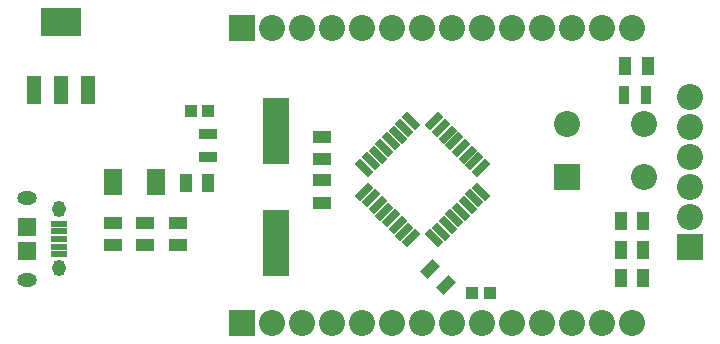
<source format=gts>
G04*
G04 #@! TF.GenerationSoftware,Altium Limited,Altium Designer,24.5.2 (23)*
G04*
G04 Layer_Color=8388736*
%FSLAX44Y44*%
%MOMM*%
G71*
G04*
G04 #@! TF.SameCoordinates,52CA54B2-E9F7-45E4-B012-8A7E883E60BD*
G04*
G04*
G04 #@! TF.FilePolarity,Negative*
G04*
G01*
G75*
G04:AMPARAMS|DCode=27|XSize=0.67mm|YSize=1.62mm|CornerRadius=0mm|HoleSize=0mm|Usage=FLASHONLY|Rotation=45.000|XOffset=0mm|YOffset=0mm|HoleType=Round|Shape=Rectangle|*
%AMROTATEDRECTD27*
4,1,4,0.3359,-0.8096,-0.8096,0.3359,-0.3359,0.8096,0.8096,-0.3359,0.3359,-0.8096,0.0*
%
%ADD27ROTATEDRECTD27*%

G04:AMPARAMS|DCode=28|XSize=0.67mm|YSize=1.62mm|CornerRadius=0mm|HoleSize=0mm|Usage=FLASHONLY|Rotation=315.000|XOffset=0mm|YOffset=0mm|HoleType=Round|Shape=Rectangle|*
%AMROTATEDRECTD28*
4,1,4,-0.8096,-0.3359,0.3359,0.8096,0.8096,0.3359,-0.3359,-0.8096,-0.8096,-0.3359,0.0*
%
%ADD28ROTATEDRECTD28*%

%ADD29R,1.5032X1.1032*%
%ADD30R,1.1032X1.5032*%
G04:AMPARAMS|DCode=31|XSize=0.9032mm|YSize=1.5032mm|CornerRadius=0mm|HoleSize=0mm|Usage=FLASHONLY|Rotation=135.000|XOffset=0mm|YOffset=0mm|HoleType=Round|Shape=Rectangle|*
%AMROTATEDRECTD31*
4,1,4,0.8508,0.2121,-0.2121,-0.8508,-0.8508,-0.2121,0.2121,0.8508,0.8508,0.2121,0.0*
%
%ADD31ROTATEDRECTD31*%

%ADD32R,1.0032X1.0032*%
%ADD33R,0.9032X1.5032*%
%ADD34R,1.1532X2.3532*%
%ADD35R,3.4532X2.3532*%
%ADD36R,1.6200X1.6200*%
%ADD37R,1.4700X0.5200*%
%ADD38R,1.6032X2.2332*%
%ADD39R,1.5032X0.9032*%
%ADD40R,2.2032X5.7032*%
%ADD41R,2.2032X2.2032*%
%ADD42C,2.2032*%
%ADD43O,1.6700X1.1200*%
%ADD44O,1.1200X1.4200*%
%ADD45R,2.2032X2.2032*%
D27*
X342100Y195497D02*
D03*
X336444Y189841D02*
D03*
X330787Y184184D02*
D03*
X325130Y178527D02*
D03*
X319473Y172870D02*
D03*
X313816Y167213D02*
D03*
X308159Y161556D02*
D03*
X302502Y155899D02*
D03*
X361899Y96503D02*
D03*
X367556Y102159D02*
D03*
X373213Y107816D02*
D03*
X378870Y113473D02*
D03*
X384527Y119130D02*
D03*
X390184Y124787D02*
D03*
X395841Y130444D02*
D03*
X401497Y136101D02*
D03*
D28*
X302502D02*
D03*
X308159Y130444D02*
D03*
X313816Y124787D02*
D03*
X319473Y119130D02*
D03*
X325130Y113473D02*
D03*
X330787Y107816D02*
D03*
X336444Y102159D02*
D03*
X342100Y96503D02*
D03*
X401497Y155899D02*
D03*
X395841Y161556D02*
D03*
X390184Y167213D02*
D03*
X384527Y172870D02*
D03*
X378870Y178527D02*
D03*
X373213Y184184D02*
D03*
X367556Y189841D02*
D03*
X361899Y195497D02*
D03*
D29*
X267000Y163500D02*
D03*
Y182500D02*
D03*
Y145500D02*
D03*
Y126500D02*
D03*
X145000Y90500D02*
D03*
X145000Y109500D02*
D03*
X117000Y90500D02*
D03*
X117000Y109500D02*
D03*
X90000Y90500D02*
D03*
X90000Y109500D02*
D03*
D30*
X538500Y63000D02*
D03*
X519500D02*
D03*
X538500Y87000D02*
D03*
X519500D02*
D03*
Y111000D02*
D03*
X538500D02*
D03*
X542500Y242000D02*
D03*
X523500D02*
D03*
X170500Y143000D02*
D03*
X151500Y143000D02*
D03*
D31*
X371717Y57283D02*
D03*
X358283Y70718D02*
D03*
D32*
X409000Y50000D02*
D03*
X394000Y50000D02*
D03*
X170500Y204000D02*
D03*
X155500D02*
D03*
D33*
X522500Y218000D02*
D03*
X541500D02*
D03*
D34*
X69000Y222000D02*
D03*
X46000Y222000D02*
D03*
X23000Y222000D02*
D03*
D35*
X46000Y280000D02*
D03*
D36*
X17000Y86000D02*
D03*
Y106000D02*
D03*
D37*
X44000Y83000D02*
D03*
Y89500D02*
D03*
Y96000D02*
D03*
Y102500D02*
D03*
Y109000D02*
D03*
D38*
X89600Y144000D02*
D03*
X126400D02*
D03*
D39*
X170000Y165500D02*
D03*
Y184500D02*
D03*
D40*
X228000Y187500D02*
D03*
Y92500D02*
D03*
D41*
X199200Y275000D02*
D03*
Y25000D02*
D03*
X474500Y148500D02*
D03*
D42*
X224600Y275000D02*
D03*
X250000D02*
D03*
X275400D02*
D03*
X300800D02*
D03*
X326200D02*
D03*
X351600D02*
D03*
X377000D02*
D03*
X402400D02*
D03*
X427800D02*
D03*
X453200D02*
D03*
X478600D02*
D03*
X504000D02*
D03*
X529400D02*
D03*
X224600Y25000D02*
D03*
X250000D02*
D03*
X275400D02*
D03*
X300800D02*
D03*
X326200D02*
D03*
X351600D02*
D03*
X377000D02*
D03*
X402400D02*
D03*
X427800D02*
D03*
X453200D02*
D03*
X478600D02*
D03*
X504000D02*
D03*
X529400D02*
D03*
X539500Y148500D02*
D03*
X474500Y193500D02*
D03*
X539500D02*
D03*
X578000Y190800D02*
D03*
Y216200D02*
D03*
Y140000D02*
D03*
Y165400D02*
D03*
Y114600D02*
D03*
D43*
X17000Y61000D02*
D03*
Y131000D02*
D03*
D44*
X44000Y71000D02*
D03*
Y121000D02*
D03*
D45*
X578000Y89200D02*
D03*
M02*

</source>
